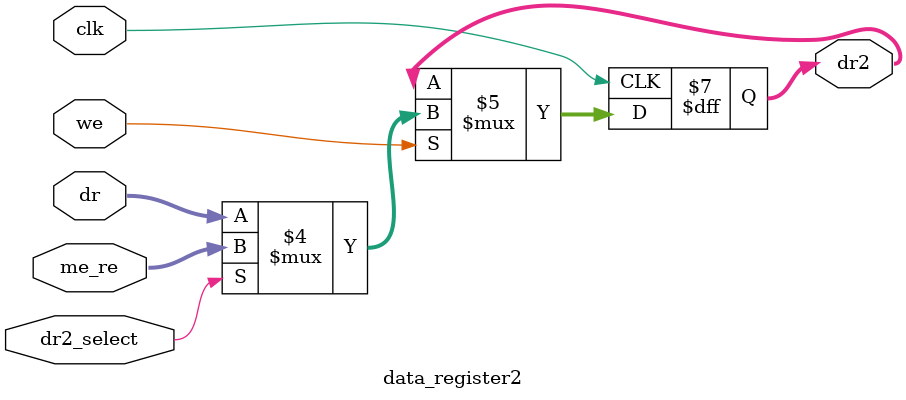
<source format=v>
module data_register2(clk, we, dr, me_re, dr2_select, dr2);
   input clk, we;
   input [31:0] dr, me_re;
   input 	dr2_select;
   output reg [31:0] dr2;

   always @(posedge clk) begin
      if (we == 1'b1) begin
	 dr2 <= (dr2_select == 1'b0) ? dr : me_re;
      end
   end
endmodule

</source>
